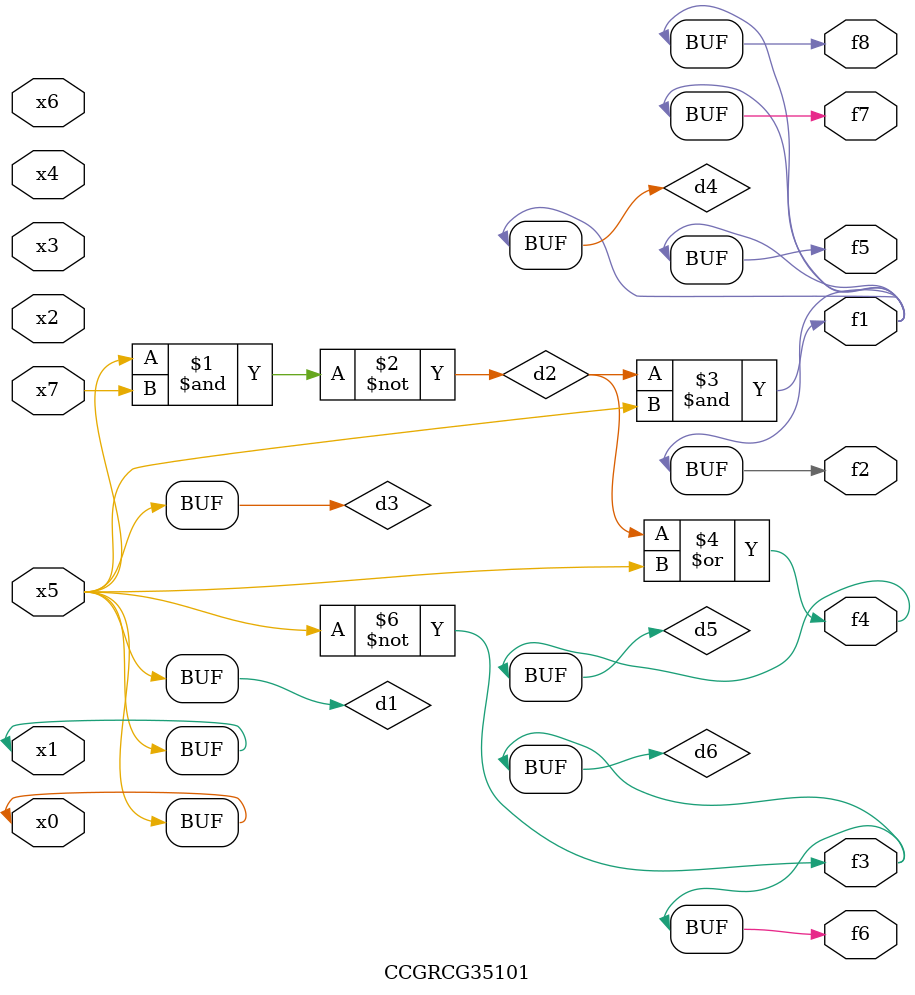
<source format=v>
module CCGRCG35101(
	input x0, x1, x2, x3, x4, x5, x6, x7,
	output f1, f2, f3, f4, f5, f6, f7, f8
);

	wire d1, d2, d3, d4, d5, d6;

	buf (d1, x0, x5);
	nand (d2, x5, x7);
	buf (d3, x0, x1);
	and (d4, d2, d3);
	or (d5, d2, d3);
	nor (d6, d1, d3);
	assign f1 = d4;
	assign f2 = d4;
	assign f3 = d6;
	assign f4 = d5;
	assign f5 = d4;
	assign f6 = d6;
	assign f7 = d4;
	assign f8 = d4;
endmodule

</source>
